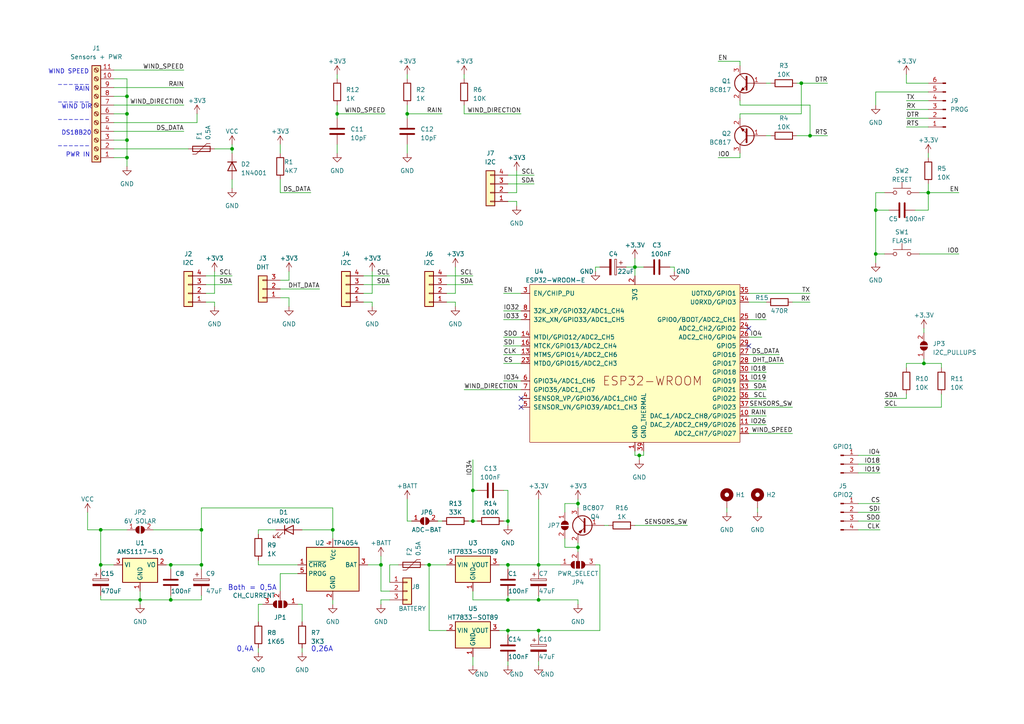
<source format=kicad_sch>
(kicad_sch (version 20230121) (generator eeschema)
  (paper "A4")
  (title_block (title "WeatherStation_V2") (date "2023-12-15") (rev "2.0") (company "Filada") (comment 1 "ESP32 Weather Station"))
  (junction (at 167.64 158.75))
  (junction (at 137.16 142.24))
  (junction (at 40.64 173.99))
  (junction (at 36.83 40.64))
  (junction (at 124.46 163.83))
  (junction (at 29.21 163.83))
  (junction (at 29.21 153.67))
  (junction (at 147.32 151.13))
  (junction (at 58.42 163.83))
  (junction (at 58.42 153.67))
  (junction (at 97.79 33.02))
  (junction (at 147.32 163.83))
  (junction (at 36.83 33.02))
  (junction (at 232.41 24.13))
  (junction (at 147.32 173.99))
  (junction (at 110.49 163.83))
  (junction (at 137.16 151.13))
  (junction (at 167.64 146.05))
  (junction (at 156.21 163.83))
  (junction (at 184.15 77.47))
  (junction (at 267.97 105.41))
  (junction (at 234.95 39.37))
  (junction (at 36.83 27.94))
  (junction (at 269.24 55.88))
  (junction (at 185.42 132.08))
  (junction (at 254 60.96))
  (junction (at 254 73.66))
  (junction (at 156.21 173.99))
  (junction (at 156.21 182.88))
  (junction (at 147.32 182.88))
  (junction (at 49.53 163.83))
  (junction (at 36.83 45.72))
  (junction (at 67.31 43.18))
  (junction (at 49.53 173.99))
  (junction (at 118.11 33.02))
  (junction (at 96.52 153.67))
  (no_connect (at 151.13 115.57))
  (no_connect (at 217.17 100.33))
  (no_connect (at 151.13 118.11))
  (no_connect (at 217.17 95.25))
  (wire (pts (xy 156.21 172.72) (xy 156.21 173.99)))
  (wire (pts (xy 33.02 20.32) (xy 53.34 20.32)))
  (wire (pts (xy 267.97 95.25) (xy 267.97 96.52)))
  (wire (pts (xy 36.83 40.64) (xy 36.83 45.72)))
  (wire (pts (xy 110.49 171.45) (xy 113.03 171.45)))
  (wire (pts (xy 118.11 33.02) (xy 118.11 34.29)))
  (wire (pts (xy 173.99 163.83) (xy 173.99 182.88)))
  (wire (pts (xy 113.03 163.83) (xy 115.57 163.83)))
  (wire (pts (xy 172.72 163.83) (xy 173.99 163.83)))
  (wire (pts (xy 113.03 80.01) (xy 105.41 80.01)))
  (wire (pts (xy 232.41 24.13) (xy 231.14 24.13)))
  (wire (pts (xy 57.15 33.02) (xy 57.15 35.56)))
  (wire (pts (xy 149.86 55.88) (xy 147.32 55.88)))
  (wire (pts (xy 44.45 153.67) (xy 58.42 153.67)))
  (wire (pts (xy 74.93 154.94) (xy 74.93 153.67)))
  (wire (pts (xy 146.05 110.49) (xy 151.13 110.49)))
  (wire (pts (xy 144.78 182.88) (xy 147.32 182.88)))
  (wire (pts (xy 254 60.96) (xy 257.81 60.96)))
  (wire (pts (xy 234.95 39.37) (xy 234.95 30.48)))
  (wire (pts (xy 262.89 114.3) (xy 262.89 115.57)))
  (wire (pts (xy 217.17 110.49) (xy 222.25 110.49)))
  (wire (pts (xy 137.16 142.24) (xy 138.43 142.24)))
  (wire (pts (xy 134.62 33.02) (xy 151.13 33.02)))
  (wire (pts (xy 254 73.66) (xy 254 76.2)))
  (wire (pts (xy 248.92 132.08) (xy 255.27 132.08)))
  (wire (pts (xy 184.15 130.81) (xy 184.15 132.08)))
  (wire (pts (xy 248.92 146.05) (xy 255.27 146.05)))
  (wire (pts (xy 273.05 105.41) (xy 273.05 106.68)))
  (wire (pts (xy 269.24 53.34) (xy 269.24 55.88)))
  (wire (pts (xy 262.89 105.41) (xy 267.97 105.41)))
  (wire (pts (xy 248.92 151.13) (xy 255.27 151.13)))
  (wire (pts (xy 265.43 60.96) (xy 269.24 60.96)))
  (wire (pts (xy 214.63 30.48) (xy 214.63 29.21)))
  (wire (pts (xy 146.05 85.09) (xy 151.13 85.09)))
  (wire (pts (xy 135.89 151.13) (xy 137.16 151.13)))
  (wire (pts (xy 127 151.13) (xy 128.27 151.13)))
  (wire (pts (xy 262.89 34.29) (xy 269.24 34.29)))
  (wire (pts (xy 33.02 27.94) (xy 36.83 27.94)))
  (wire (pts (xy 194.31 77.47) (xy 195.58 77.47)))
  (wire (pts (xy 248.92 137.16) (xy 255.27 137.16)))
  (wire (pts (xy 186.69 130.81) (xy 186.69 132.08)))
  (wire (pts (xy 134.62 113.03) (xy 151.13 113.03)))
  (wire (pts (xy 49.53 173.99) (xy 58.42 173.99)))
  (wire (pts (xy 217.17 102.87) (xy 226.06 102.87)))
  (wire (pts (xy 81.28 166.37) (xy 86.36 166.37)))
  (wire (pts (xy 217.17 125.73) (xy 229.87 125.73)))
  (wire (pts (xy 49.53 163.83) (xy 49.53 165.1)))
  (wire (pts (xy 146.05 102.87) (xy 151.13 102.87)))
  (wire (pts (xy 67.31 82.55) (xy 59.69 82.55)))
  (wire (pts (xy 234.95 30.48) (xy 214.63 30.48)))
  (wire (pts (xy 81.28 41.91) (xy 81.28 44.45)))
  (wire (pts (xy 217.17 97.79) (xy 220.98 97.79)))
  (wire (pts (xy 262.89 24.13) (xy 269.24 24.13)))
  (wire (pts (xy 33.02 22.86) (xy 36.83 22.86)))
  (wire (pts (xy 256.54 115.57) (xy 262.89 115.57)))
  (wire (pts (xy 33.02 40.64) (xy 36.83 40.64)))
  (wire (pts (xy 97.79 33.02) (xy 97.79 34.29)))
  (wire (pts (xy 217.17 123.19) (xy 222.25 123.19)))
  (wire (pts (xy 58.42 147.32) (xy 58.42 153.67)))
  (wire (pts (xy 146.05 97.79) (xy 151.13 97.79)))
  (wire (pts (xy 214.63 34.29) (xy 214.63 33.02)))
  (wire (pts (xy 214.63 44.45) (xy 214.63 45.72)))
  (wire (pts (xy 96.52 173.99) (xy 96.52 175.26)))
  (wire (pts (xy 167.64 157.48) (xy 167.64 158.75)))
  (wire (pts (xy 254 26.67) (xy 254 30.48)))
  (wire (pts (xy 132.08 85.09) (xy 129.54 85.09)))
  (wire (pts (xy 167.64 144.78) (xy 167.64 146.05)))
  (wire (pts (xy 217.17 118.11) (xy 229.87 118.11)))
  (wire (pts (xy 146.05 142.24) (xy 147.32 142.24)))
  (wire (pts (xy 167.64 173.99) (xy 156.21 173.99)))
  (wire (pts (xy 137.16 151.13) (xy 138.43 151.13)))
  (wire (pts (xy 146.05 90.17) (xy 151.13 90.17)))
  (wire (pts (xy 58.42 153.67) (xy 58.42 163.83)))
  (wire (pts (xy 132.08 77.47) (xy 132.08 85.09)))
  (wire (pts (xy 163.83 146.05) (xy 163.83 148.59)))
  (wire (pts (xy 137.16 133.35) (xy 137.16 142.24)))
  (wire (pts (xy 36.83 153.67) (xy 29.21 153.67)))
  (wire (pts (xy 273.05 114.3) (xy 273.05 118.11)))
  (wire (pts (xy 67.31 41.91) (xy 67.31 43.18)))
  (wire (pts (xy 217.17 87.63) (xy 222.25 87.63)))
  (wire (pts (xy 232.41 24.13) (xy 240.03 24.13)))
  (wire (pts (xy 210.82 147.32) (xy 210.82 148.59)))
  (wire (pts (xy 36.83 45.72) (xy 36.83 48.26)))
  (wire (pts (xy 83.82 78.74) (xy 83.82 81.28)))
  (wire (pts (xy 222.25 24.13) (xy 223.52 24.13)))
  (wire (pts (xy 147.32 163.83) (xy 147.32 165.1)))
  (wire (pts (xy 262.89 106.68) (xy 262.89 105.41)))
  (wire (pts (xy 147.32 182.88) (xy 156.21 182.88)))
  (wire (pts (xy 234.95 39.37) (xy 240.03 39.37)))
  (wire (pts (xy 266.7 73.66) (xy 278.13 73.66)))
  (wire (pts (xy 229.87 87.63) (xy 234.95 87.63)))
  (wire (pts (xy 33.02 35.56) (xy 57.15 35.56)))
  (wire (pts (xy 181.61 77.47) (xy 184.15 77.47)))
  (wire (pts (xy 33.02 25.4) (xy 53.34 25.4)))
  (wire (pts (xy 49.53 172.72) (xy 49.53 173.99)))
  (wire (pts (xy 86.36 175.26) (xy 87.63 175.26)))
  (wire (pts (xy 137.16 193.04) (xy 137.16 190.5)))
  (wire (pts (xy 156.21 182.88) (xy 156.21 184.15)))
  (wire (pts (xy 156.21 163.83) (xy 162.56 163.83)))
  (wire (pts (xy 248.92 153.67) (xy 255.27 153.67)))
  (wire (pts (xy 154.94 53.34) (xy 147.32 53.34)))
  (wire (pts (xy 137.16 171.45) (xy 137.16 173.99)))
  (wire (pts (xy 124.46 163.83) (xy 129.54 163.83)))
  (wire (pts (xy 36.83 27.94) (xy 36.83 33.02)))
  (wire (pts (xy 269.24 55.88) (xy 269.24 60.96)))
  (wire (pts (xy 262.89 36.83) (xy 269.24 36.83)))
  (wire (pts (xy 147.32 182.88) (xy 147.32 184.15)))
  (wire (pts (xy 184.15 132.08) (xy 185.42 132.08)))
  (wire (pts (xy 76.2 175.26) (xy 74.93 175.26)))
  (wire (pts (xy 185.42 132.08) (xy 186.69 132.08)))
  (wire (pts (xy 97.79 30.48) (xy 97.79 33.02)))
  (wire (pts (xy 163.83 156.21) (xy 163.83 158.75)))
  (wire (pts (xy 217.17 85.09) (xy 234.95 85.09)))
  (wire (pts (xy 129.54 82.55) (xy 137.16 82.55)))
  (wire (pts (xy 267.97 104.14) (xy 267.97 105.41)))
  (wire (pts (xy 110.49 161.29) (xy 110.49 163.83)))
  (wire (pts (xy 269.24 44.45) (xy 269.24 45.72)))
  (wire (pts (xy 156.21 182.88) (xy 173.99 182.88)))
  (wire (pts (xy 33.02 43.18) (xy 54.61 43.18)))
  (wire (pts (xy 254 60.96) (xy 254 73.66)))
  (wire (pts (xy 83.82 86.36) (xy 83.82 88.9)))
  (wire (pts (xy 184.15 77.47) (xy 184.15 80.01)))
  (wire (pts (xy 87.63 187.96) (xy 87.63 189.23)))
  (wire (pts (xy 256.54 118.11) (xy 273.05 118.11)))
  (wire (pts (xy 222.25 39.37) (xy 223.52 39.37)))
  (wire (pts (xy 62.23 78.74) (xy 62.23 85.09)))
  (wire (pts (xy 113.03 168.91) (xy 113.03 163.83)))
  (wire (pts (xy 208.28 45.72) (xy 214.63 45.72)))
  (wire (pts (xy 184.15 152.4) (xy 199.39 152.4)))
  (wire (pts (xy 262.89 31.75) (xy 269.24 31.75)))
  (wire (pts (xy 167.64 158.75) (xy 167.64 160.02)))
  (wire (pts (xy 124.46 163.83) (xy 124.46 182.88)))
  (wire (pts (xy 214.63 19.05) (xy 214.63 17.78)))
  (wire (pts (xy 29.21 163.83) (xy 29.21 165.1)))
  (wire (pts (xy 137.16 151.13) (xy 137.16 142.24)))
  (wire (pts (xy 107.95 78.74) (xy 107.95 85.09)))
  (wire (pts (xy 67.31 52.07) (xy 67.31 54.61)))
  (wire (pts (xy 96.52 147.32) (xy 96.52 153.67)))
  (wire (pts (xy 156.21 191.77) (xy 156.21 193.04)))
  (wire (pts (xy 149.86 59.69) (xy 149.86 58.42)))
  (wire (pts (xy 74.93 175.26) (xy 74.93 180.34)))
  (wire (pts (xy 81.28 52.07) (xy 81.28 55.88)))
  (wire (pts (xy 33.02 33.02) (xy 36.83 33.02)))
  (wire (pts (xy 132.08 87.63) (xy 132.08 88.9)))
  (wire (pts (xy 110.49 173.99) (xy 110.49 175.26)))
  (wire (pts (xy 110.49 173.99) (xy 113.03 173.99)))
  (wire (pts (xy 217.17 115.57) (xy 222.25 115.57)))
  (wire (pts (xy 67.31 80.01) (xy 59.69 80.01)))
  (wire (pts (xy 266.7 55.88) (xy 269.24 55.88)))
  (wire (pts (xy 90.17 55.88) (xy 81.28 55.88)))
  (wire (pts (xy 74.93 162.56) (xy 74.93 163.83)))
  (wire (pts (xy 184.15 74.93) (xy 184.15 77.47)))
  (wire (pts (xy 87.63 153.67) (xy 96.52 153.67)))
  (wire (pts (xy 58.42 172.72) (xy 58.42 173.99)))
  (wire (pts (xy 58.42 147.32) (xy 96.52 147.32)))
  (wire (pts (xy 96.52 153.67) (xy 96.52 156.21)))
  (wire (pts (xy 147.32 151.13) (xy 147.32 152.4)))
  (wire (pts (xy 147.32 142.24) (xy 147.32 151.13)))
  (wire (pts (xy 147.32 191.77) (xy 147.32 193.04)))
  (wire (pts (xy 74.93 153.67) (xy 80.01 153.67)))
  (wire (pts (xy 146.05 151.13) (xy 147.32 151.13)))
  (wire (pts (xy 262.89 21.59) (xy 262.89 24.13)))
  (wire (pts (xy 256.54 55.88) (xy 254 55.88)))
  (wire (pts (xy 219.71 147.32) (xy 219.71 148.59)))
  (wire (pts (xy 172.72 77.47) (xy 173.99 77.47)))
  (wire (pts (xy 40.64 171.45) (xy 40.64 173.99)))
  (wire (pts (xy 107.95 88.9) (xy 107.95 87.63)))
  (wire (pts (xy 67.31 44.45) (xy 67.31 43.18)))
  (wire (pts (xy 172.72 78.74) (xy 172.72 77.47)))
  (wire (pts (xy 124.46 182.88) (xy 129.54 182.88)))
  (wire (pts (xy 67.31 43.18) (xy 62.23 43.18)))
  (wire (pts (xy 214.63 33.02) (xy 232.41 33.02)))
  (wire (pts (xy 217.17 92.71) (xy 222.25 92.71)))
  (wire (pts (xy 33.02 30.48) (xy 53.34 30.48)))
  (wire (pts (xy 107.95 87.63) (xy 105.41 87.63)))
  (wire (pts (xy 167.64 173.99) (xy 167.64 175.26)))
  (wire (pts (xy 146.05 100.33) (xy 151.13 100.33)))
  (wire (pts (xy 25.4 153.67) (xy 29.21 153.67)))
  (wire (pts (xy 254 55.88) (xy 254 60.96)))
  (wire (pts (xy 156.21 163.83) (xy 147.32 163.83)))
  (wire (pts (xy 83.82 81.28) (xy 81.28 81.28)))
  (wire (pts (xy 185.42 132.08) (xy 185.42 133.35)))
  (wire (pts (xy 48.26 163.83) (xy 49.53 163.83)))
  (wire (pts (xy 217.17 105.41) (xy 227.33 105.41)))
  (wire (pts (xy 29.21 153.67) (xy 29.21 163.83)))
  (wire (pts (xy 156.21 163.83) (xy 156.21 165.1)))
  (wire (pts (xy 254 26.67) (xy 269.24 26.67)))
  (wire (pts (xy 87.63 175.26) (xy 87.63 180.34)))
  (wire (pts (xy 267.97 105.41) (xy 273.05 105.41)))
  (wire (pts (xy 156.21 173.99) (xy 147.32 173.99)))
  (wire (pts (xy 74.93 187.96) (xy 74.93 189.23)))
  (wire (pts (xy 248.92 148.59) (xy 255.27 148.59)))
  (wire (pts (xy 33.02 45.72) (xy 36.83 45.72)))
  (wire (pts (xy 33.02 38.1) (xy 53.34 38.1)))
  (wire (pts (xy 231.14 39.37) (xy 234.95 39.37)))
  (wire (pts (xy 118.11 144.78) (xy 118.11 151.13)))
  (wire (pts (xy 146.05 92.71) (xy 151.13 92.71)))
  (wire (pts (xy 92.71 83.82) (xy 81.28 83.82)))
  (wire (pts (xy 217.17 113.03) (xy 222.25 113.03)))
  (wire (pts (xy 163.83 158.75) (xy 167.64 158.75)))
  (wire (pts (xy 232.41 24.13) (xy 232.41 33.02)))
  (wire (pts (xy 118.11 33.02) (xy 128.27 33.02)))
  (wire (pts (xy 262.89 29.21) (xy 269.24 29.21)))
  (wire (pts (xy 129.54 80.01) (xy 137.16 80.01)))
  (wire (pts (xy 97.79 21.59) (xy 97.79 22.86)))
  (wire (pts (xy 107.95 85.09) (xy 105.41 85.09)))
  (wire (pts (xy 149.86 49.53) (xy 149.86 55.88)))
  (wire (pts (xy 81.28 86.36) (xy 83.82 86.36)))
  (wire (pts (xy 156.21 163.83) (xy 156.21 144.78)))
  (wire (pts (xy 97.79 33.02) (xy 111.76 33.02)))
  (wire (pts (xy 62.23 85.09) (xy 59.69 85.09)))
  (wire (pts (xy 49.53 163.83) (xy 58.42 163.83)))
  (wire (pts (xy 40.64 173.99) (xy 49.53 173.99)))
  (wire (pts (xy 123.19 163.83) (xy 124.46 163.83)))
  (wire (pts (xy 36.83 33.02) (xy 36.83 40.64)))
  (wire (pts (xy 129.54 87.63) (xy 132.08 87.63)))
  (wire (pts (xy 118.11 21.59) (xy 118.11 22.86)))
  (wire (pts (xy 25.4 148.59) (xy 25.4 153.67)))
  (wire (pts (xy 163.83 146.05) (xy 167.64 146.05)))
  (wire (pts (xy 146.05 105.41) (xy 151.13 105.41)))
  (wire (pts (xy 113.03 82.55) (xy 105.41 82.55)))
  (wire (pts (xy 208.28 17.78) (xy 214.63 17.78)))
  (wire (pts (xy 29.21 173.99) (xy 40.64 173.99)))
  (wire (pts (xy 167.64 146.05) (xy 167.64 147.32)))
  (wire (pts (xy 62.23 88.9) (xy 62.23 87.63)))
  (wire (pts (xy 110.49 163.83) (xy 110.49 171.45)))
  (wire (pts (xy 154.94 50.8) (xy 147.32 50.8)))
  (wire (pts (xy 137.16 173.99) (xy 147.32 173.99)))
  (wire (pts (xy 58.42 165.1) (xy 58.42 163.83)))
  (wire (pts (xy 184.15 77.47) (xy 186.69 77.47)))
  (wire (pts (xy 40.64 173.99) (xy 40.64 175.26)))
  (wire (pts (xy 254 73.66) (xy 256.54 73.66)))
  (wire (pts (xy 195.58 77.47) (xy 195.58 78.74)))
  (wire (pts (xy 134.62 30.48) (xy 134.62 33.02)))
  (wire (pts (xy 29.21 163.83) (xy 33.02 163.83)))
  (wire (pts (xy 81.28 171.45) (xy 81.28 166.37)))
  (wire (pts (xy 97.79 41.91) (xy 97.79 44.45)))
  (wire (pts (xy 36.83 22.86) (xy 36.83 27.94)))
  (wire (pts (xy 62.23 87.63) (xy 59.69 87.63)))
  (wire (pts (xy 248.92 134.62) (xy 255.27 134.62)))
  (wire (pts (xy 29.21 172.72) (xy 29.21 173.99)))
  (wire (pts (xy 118.11 30.48) (xy 118.11 33.02)))
  (wire (pts (xy 106.68 163.83) (xy 110.49 163.83)))
  (wire (pts (xy 74.93 163.83) (xy 86.36 163.83)))
  (wire (pts (xy 144.78 163.83) (xy 147.32 163.83)))
  (wire (pts (xy 149.86 58.42) (xy 147.32 58.42)))
  (wire (pts (xy 269.24 55.88) (xy 278.13 55.88)))
  (wire (pts (xy 118.11 41.91) (xy 118.11 44.45)))
  (wire (pts (xy 119.38 151.13) (xy 118.11 151.13)))
  (wire (pts (xy 217.17 120.65) (xy 222.25 120.65)))
  (wire (pts (xy 217.17 107.95) (xy 222.25 107.95)))
  (wire (pts (xy 175.26 152.4) (xy 176.53 152.4)))
  (wire (pts (xy 134.62 21.59) (xy 134.62 22.86)))
  (wire (pts (xy 147.32 173.99) (xy 147.32 172.72)))
  (text "WIND SPEED" (at 13.97 21.59 0) (effects (font (size 1.27 1.27)) (justify left bottom)))
  (text "------" (at 16.51 43.18 0) (effects (font (size 1.27 1.27)) (justify left bottom)))
  (text "------" (at 16.51 30.48 0) (effects (font (size 1.27 1.27)) (justify left bottom)))
  (text "------" (at 16.51 35.56 0) (effects (font (size 1.27 1.27)) (justify left bottom)))
  (text "------" (at 16.51 25.4 0) (effects (font (size 1.27 1.27)) (justify left bottom)))
  (text "PWR IN" (at 19.05 45.72 0) (effects (font (size 1.27 1.27)) (justify left bottom)))
  (text "0,26A" (at 90.17 189.23 0) (effects (font (size 1.5 1.5)) (justify left bottom)))
  (text "RAIN" (at 21.59 26.67 0) (effects (font (size 1.27 1.27)) (justify left bottom)))
  (text "Both = 0,5A" (at 66.04 171.45 0) (effects (font (size 1.5 1.5)) (justify left bottom)))
  (text "DS18B20" (at 17.78 39.37 0) (effects (font (size 1.27 1.27)) (justify left bottom)))
  (text "WIND DIR" (at 17.78 31.75 0) (effects (font (size 1.27 1.27)) (justify left bottom)))
  (text "0,4A" (at 68.58 189.23 0) (effects (font (size 1.5 1.5)) (justify left bottom)))
  (label "IO34" (at 146.05 110.49 0))
  (label "CS" (at 146.05 105.41 0))
  (label "SCL" (at 154.94 50.8 180))
  (label "EN" (at 278.13 55.88 180))
  (label "DS_DATA" (at 90.17 55.88 180))
  (label "SCL" (at 256.54 118.11 0))
  (label "DHT_DATA" (at 92.71 83.82 180))
  (label "WIND_DIRECTION" (at 151.13 33.02 180))
  (label "EN" (at 208.28 17.78 0))
  (label "SDA" (at 113.03 82.55 180))
  (label "WIND_SPEED" (at 229.87 125.73 180))
  (label "SDA" (at 67.31 82.55 180))
  (label "RX" (at 234.95 87.63 180))
  (label "RTS" (at 262.89 36.83 0))
  (label "WIND_DIRECTION" (at 134.62 113.03 0))
  (label "SDA" (at 222.25 113.03 180))
  (label "DTR" (at 262.89 34.29 0))
  (label "IO19" (at 222.25 110.49 180))
  (label "TX" (at 234.95 85.09 180))
  (label "DTR" (at 240.03 24.13 180))
  (label "SCL" (at 67.31 80.01 180))
  (label "RAIN" (at 128.27 33.02 180))
  (label "SDO" (at 255.27 151.13 180))
  (label "DS_DATA" (at 226.06 102.87 180))
  (label "CLK" (at 146.05 102.87 0))
  (label "IO0" (at 208.28 45.72 0))
  (label "SDI" (at 146.05 100.33 0))
  (label "DS_DATA" (at 53.34 38.1 180))
  (label "RX" (at 262.89 31.75 0))
  (label "SENSORS_SW" (at 199.39 152.4 180))
  (label "RAIN" (at 53.34 25.4 180))
  (label "IO18" (at 255.27 134.62 180))
  (label "IO34" (at 137.16 133.35 270))
  (label "SCL" (at 222.25 115.57 180))
  (label "IO26" (at 222.25 123.19 180))
  (label "SCL" (at 113.03 80.01 180))
  (label "IO19" (at 255.27 137.16 180))
  (label "EN" (at 146.05 85.09 0))
  (label "IO4" (at 220.98 97.79 180))
  (label "WIND_SPEED" (at 53.34 20.32 180))
  (label "IO33" (at 146.05 92.71 0))
  (label "WIND_DIRECTION" (at 53.34 30.48 180))
  (label "DHT_DATA" (at 227.33 105.41 180))
  (label "IO32" (at 146.05 90.17 0))
  (label "IO0" (at 222.25 92.71 180))
  (label "IO4" (at 255.27 132.08 180))
  (label "SDA" (at 154.94 53.34 180))
  (label "WIND_SPEED" (at 111.76 33.02 180))
  (label "SCL" (at 137.16 80.01 180))
  (label "SDA" (at 137.16 82.55 180))
  (label "CS" (at 255.27 146.05 180))
  (label "TX" (at 262.89 29.21 0))
  (label "CLK" (at 255.27 153.67 180))
  (label "SDI" (at 255.27 148.59 180))
  (label "SDA" (at 256.54 115.57 0))
  (label "IO18" (at 222.25 107.95 180))
  (label "SENSORS_SW" (at 229.87 118.11 180))
  (label "SDO" (at 146.05 97.79 0))
  (label "RAIN" (at 222.25 120.65 180))
  (label "RTS" (at 240.03 39.37 180))
  (label "IO0" (at 278.13 73.66 180))
  (symbol (lib_id "power:+BATT") (at 110.49 161.29 0) (unit 1)
    (property "Reference" "#PWR040" (effects hide))
    (property "Value" "+BATT" (at 110.49 157.48 0))
  )
  (symbol (lib_id "Device:C") (at 190.5 77.47 90) (unit 1)
    (property "Reference" "C3" (at 190.5 71.12 90))
    (property "Value" "100nF" (at 191.77 73.66 90))
    (property "Footprint" "Capacitor_SMD:C_0805_2012Metric_Pad1.18x1.45mm_HandSolder" (effects hide))
  )
  (symbol (lib_id "Jumper:SolderJumper_2_Open") (at 163.83 152.4 270) (unit 1)
    (property "Reference" "JP7" (at 158.75 152.4 90) (effects (justify left)))
    (property "Value" "6V SOLAR" (effects hide))
    (property "Footprint" "Jumper:SolderJumper-2_P1.3mm_Open_RoundedPad1.0x1.5mm" (effects hide))
  )
  (symbol (lib_id "Transistor_BJT:BC817") (at 217.17 39.37 180) (unit 1)
    (property "Reference" "Q2" (at 212.09 38.735 0) (effects (justify left)))
    (property "Value" "BC817" (at 212.09 41.275 0) (effects (justify left)))
    (property "Footprint" "Package_TO_SOT_SMD:SOT-23_Handsoldering" (effects hide))
    (property "Datasheet" "https://www.onsemi.com/pub/Collateral/BC818-D.pdf" (effects hide))
  )
  (symbol (lib_name "GND_15") (lib_id "power:GND") (at 219.71 148.59 0) (unit 1)
    (property "Reference" "#PWR046" (effects hide))
    (property "Value" "GND" (at 219.71 153.67 0))
  )
  (symbol (lib_id "power:VCC") (at 67.31 41.91 0) (unit 1)
    (property "Reference" "#PWR027" (effects hide))
    (property "Value" "VCC" (at 67.31 38.1 0))
  )
  (symbol (lib_name "+3V3_8") (lib_id "power:+3V3") (at 57.15 33.02 0) (unit 1)
    (property "Reference" "#PWR029" (effects hide))
    (property "Value" "+3V3" (at 57.15 29.21 0))
  )
  (symbol (lib_name "+3V3_8") (lib_id "power:+3V3") (at 81.28 41.91 0) (unit 1)
    (property "Reference" "#PWR05" (effects hide))
    (property "Value" "+3V3" (at 81.28 38.1 0))
  )
  (symbol (lib_id "power:GND") (at 83.82 88.9 0) (mirror y) (unit 1)
    (property "Reference" "#PWR037" (effects hide))
    (property "Value" "GND" (at 83.82 93.98 0))
  )
  (symbol (lib_id "Device:C_Polarized") (at 58.42 168.91 0) (unit 1)
    (property "Reference" "C9" (at 59.69 166.37 0) (effects (justify left)))
    (property "Value" "47uF" (at 59.69 171.45 0) (effects (justify left)))
    (property "Footprint" "Capacitor_Tantalum_SMD:CP_EIA-3216-18_Kemet-A_Pad1.58x1.35mm_HandSolder" (effects hide))
  )
  (symbol (lib_id "Device:R") (at 269.24 49.53 0) (unit 1)
    (property "Reference" "R5" (at 271.78 48.895 0) (effects (justify left)))
    (property "Value" "10K" (at 271.78 51.435 0) (effects (justify left)))
    (property "Footprint" "Resistor_SMD:R_0805_2012Metric_Pad1.20x1.40mm_HandSolder" (effects hide))
  )
  (symbol (lib_name "+3V3_2") (lib_id "power:+3V3") (at 149.86 49.53 0) (unit 1)
    (property "Reference" "#PWR034" (effects hide))
    (property "Value" "+3V3" (at 149.86 45.72 0))
  )
  (symbol (lib_name "GND_7") (lib_id "power:GND") (at 67.31 54.61 0) (unit 1)
    (property "Reference" "#PWR020" (effects hide))
    (property "Value" "GND" (at 67.31 59.69 0))
  )
  (symbol (lib_id "Device:C") (at 118.11 38.1 0) (unit 1)
    (property "Reference" "C12" (at 121.92 37.465 0) (effects (justify left)))
    (property "Value" "10pF" (at 121.92 40.005 0) (effects (justify left)))
    (property "Footprint" "Capacitor_SMD:C_0805_2012Metric_Pad1.18x1.45mm_HandSolder" (effects hide))
  )
  (symbol (lib_id "Connector_Generic:Conn_01x03") (at 118.11 171.45 0) (unit 1)
    (property "Reference" "J8" (at 119.38 170.18 0) (effects (justify left)))
    (property "Value" "BATTERY" (at 115.57 176.53 0) (effects (justify left)))
    (property "Footprint" "Connector_JST:JST_XH_B3B-XH-A_1x03_P2.50mm_Vertical" (effects hide))
  )
  (symbol (lib_id "Device:R") (at 227.33 24.13 90) (unit 1)
    (property "Reference" "R3" (at 227.33 19.05 90))
    (property "Value" "10K" (at 227.33 21.59 90))
    (property "Footprint" "Resistor_SMD:R_0805_2012Metric_Pad1.20x1.40mm_HandSolder" (effects hide))
  )
  (symbol (lib_id "Transistor_BJT:BC807") (at 170.18 152.4 0) (mirror y) (unit 1)
    (property "Reference" "Q4" (at 173.99 149.86 0) (effects (justify left)))
    (property "Value" "BC807" (at 175.26 147.32 0) (effects (justify left)))
    (property "Footprint" "Package_TO_SOT_SMD:SOT-23_Handsoldering" (effects hide))
    (property "Datasheet" "https://www.onsemi.com/pub/Collateral/BC808-D.pdf" (effects hide))
  )
  (symbol (lib_id "Connector_Generic:Conn_01x04") (at 124.46 85.09 180) (unit 1)
    (property "Reference" "J6" (at 124.46 73.66 0))
    (property "Value" "I2C" (at 124.46 76.2 0))
    (property "Footprint" "Connector_JST:JST_XH_B4B-XH-A_1x04_P2.50mm_Vertical" (effects hide))
  )
  (symbol (lib_id "Device:R") (at 118.11 26.67 0) (unit 1)
    (property "Reference" "R2" (at 120.65 26.035 0) (effects (justify left)))
    (property "Value" "1K" (at 120.65 28.575 0) (effects (justify left)))
    (property "Footprint" "Resistor_SMD:R_0805_2012Metric_Pad1.20x1.40mm_HandSolder" (effects hide))
  )
  (symbol (lib_id "Device:R") (at 74.93 184.15 0) (unit 1)
    (property "Reference" "R8" (at 77.47 183.515 0) (effects (justify left)))
    (property "Value" "1K65" (at 77.47 186.055 0) (effects (justify left)))
    (property "Footprint" "Resistor_SMD:R_0805_2012Metric_Pad1.20x1.40mm_HandSolder" (effects hide))
  )
  (symbol (lib_id "Regulator_Linear:AMS1117-5.0") (at 40.64 163.83 0) (unit 1)
    (property "Reference" "U1" (at 40.64 157.48 0))
    (property "Value" "AMS1117-5.0" (at 40.64 160.02 0))
    (property "Footprint" "Package_TO_SOT_SMD:SOT-223-3_TabPin2" (effects hide))
    (property "Datasheet" "http://www.advanced-monolithic.com/pdf/ds1117.pdf" (effects hide))
  )
  (symbol (lib_id "Device:C_Polarized") (at 156.21 187.96 0) (unit 1)
    (property "Reference" "C10" (at 156.21 185.42 0) (effects (justify left)))
    (property "Value" "47uF" (at 156.21 190.5 0) (effects (justify left)))
    (property "Footprint" "Capacitor_Tantalum_SMD:CP_EIA-3216-18_Kemet-A_Pad1.58x1.35mm_HandSolder" (effects hide))
  )
  (symbol (lib_id "Jumper:SolderJumper_2_Open") (at 40.64 153.67 0) (unit 1)
    (property "Reference" "JP2" (at 40.64 148.59 0))
    (property "Value" "6V SOLAR" (at 40.64 151.13 0))
    (property "Footprint" "Jumper:SolderJumper-2_P1.3mm_Open_RoundedPad1.0x1.5mm" (effects hide))
  )
  (symbol (lib_id "Device:LED") (at 83.82 153.67 0) (unit 1)
    (property "Reference" "D1" (at 82.2325 148.59 0))
    (property "Value" "CHARGING" (at 82.2325 151.13 0))
    (property "Footprint" "LED_SMD:LED_1206_3216Metric_Pad1.42x1.75mm_HandSolder" (effects hide))
  )
  (symbol (lib_id "Connector_Generic:Conn_01x04") (at 54.61 85.09 180) (unit 1)
    (property "Reference" "J2" (at 54.61 73.66 0))
    (property "Value" "I2C" (at 54.61 76.2 0))
    (property "Footprint" "Connector_JST:JST_XH_B4B-XH-A_1x04_P2.50mm_Vertical" (effects hide))
  )
  (symbol (lib_id "Device:R") (at 226.06 87.63 90) (unit 1)
    (property "Reference" "R15" (at 220.98 86.36 90))
    (property "Value" "470R" (at 226.06 90.17 90))
    (property "Footprint" "Resistor_SMD:R_0805_2012Metric_Pad1.20x1.40mm_HandSolder" (effects hide))
  )
  (symbol (lib_name "GND_12") (lib_id "power:GND") (at 36.83 48.26 0) (unit 1)
    (property "Reference" "#PWR039" (effects hide))
    (property "Value" "GND" (at 36.83 53.34 0))
  )
  (symbol (lib_name "GND_4") (lib_id "power:GND") (at 147.32 193.04 0) (unit 1)
    (property "Reference" "#PWR048" (effects hide))
    (property "Value" "GND" (at 149.86 195.58 0))
  )
  (symbol (lib_name "+3V3_8") (lib_id "power:+3V3") (at 97.79 21.59 0) (unit 1)
    (property "Reference" "#PWR02" (effects hide))
    (property "Value" "+3V3" (at 97.79 17.78 0))
  )
  (symbol (lib_name "+3V3_2") (lib_id "power:+3V3") (at 167.64 144.78 0) (unit 1)
    (property "Reference" "#PWR014" (effects hide))
    (property "Value" "+3V3" (at 167.64 140.97 0))
  )
  (symbol (lib_id "Mechanical:MountingHole_Pad") (at 219.71 144.78 0) (unit 1)
    (property "Reference" "H2" (at 222.25 143.51 0) (effects (justify left)))
    (property "Value" "MountingHole_Pad" (effects hide))
    (property "Footprint" "MountingHole:MountingHole_3.2mm_M3_DIN965_Pad" (effects hide))
  )
  (symbol (lib_id "Regulator_Linear:HT75xx-1-SOT89") (at 137.16 185.42 0) (unit 1)
    (property "Reference" "U5" (at 137.16 176.53 0))
    (property "Value" "HT7833-SOT89" (at 137.16 179.07 0))
    (property "Footprint" "Package_TO_SOT_SMD:SOT-89-3_Handsoldering" (effects hide))
  )
  (symbol (lib_id "Jumper:SolderJumper_2_Open") (at 123.19 151.13 0) (unit 1)
    (property "Reference" "JP6" (at 121.92 148.59 0) (effects (justify left)))
    (property "Value" "ADC-BAT" (at 119.38 153.67 0) (effects (justify left)))
    (property "Footprint" "Jumper:SolderJumper-2_P1.3mm_Open_TrianglePad1.0x1.5mm" (effects hide))
  )
  (symbol (lib_id "Transistor_BJT:BC817") (at 217.17 24.13 0) (mirror y) (unit 1)
    (property "Reference" "Q1" (at 212.09 23.495 0) (effects (justify left)))
    (property "Value" "BC817" (at 212.09 26.035 0) (effects (justify left)))
    (property "Footprint" "Package_TO_SOT_SMD:SOT-23_Handsoldering" (effects hide))
    (property "Datasheet" "https://www.onsemi.com/pub/Collateral/BC818-D.pdf" (effects hide))
  )
  (symbol (lib_name "+3V3_8") (lib_id "power:+3V3") (at 118.11 21.59 0) (unit 1)
    (property "Reference" "#PWR010" (effects hide))
    (property "Value" "+3V3" (at 118.11 17.78 0))
  )
  (symbol (lib_id "Jumper:SolderJumper_3_Open") (at 167.64 163.83 0) (mirror x) (unit 1)
    (property "Reference" "JP4" (at 167.64 168.91 0))
    (property "Value" "PWR_SELECT" (at 167.64 166.37 0))
    (property "Footprint" "Jumper:SolderJumper-3_P1.3mm_Open_Pad1.0x1.5mm_NumberLabels" (effects hide))
  )
  (symbol (lib_id "Connector:Conn_01x04_Pin") (at 243.84 148.59 0) (unit 1)
    (property "Reference" "J5" (at 244.475 140.97 0))
    (property "Value" "GPIO2" (at 244.475 143.51 0))
    (property "Footprint" "Connector_PinHeader_2.54mm:PinHeader_1x04_P2.54mm_Vertical" (effects hide))
  )
  (symbol (lib_id "Device:R") (at 132.08 151.13 90) (unit 1)
    (property "Reference" "R13" (at 132.08 146.05 90))
    (property "Value" "33K" (at 132.08 148.59 90))
    (property "Footprint" "Resistor_SMD:R_0805_2012Metric_Pad1.20x1.40mm_HandSolder" (effects hide))
  )
  (symbol (lib_name "GND_5") (lib_id "power:GND") (at 254 76.2 0) (unit 1)
    (property "Reference" "#PWR013" (effects hide))
    (property "Value" "GND" (at 254 81.28 0))
  )
  (symbol (lib_id "Device:C") (at 49.53 168.91 0) (unit 1)
    (property "Reference" "C8" (at 50.8 166.37 0) (effects (justify left)))
    (property "Value" "100nF" (at 49.53 171.45 0) (effects (justify left)))
    (property "Footprint" "Capacitor_SMD:C_0805_2012Metric_Pad1.18x1.45mm_HandSolder" (effects hide))
  )
  (symbol (lib_name "GND_11") (lib_id "power:GND") (at 132.08 88.9 0) (mirror y) (unit 1)
    (property "Reference" "#PWR045" (effects hide))
    (property "Value" "GND" (at 132.08 93.98 0))
  )
  (symbol (lib_id "Device:C_Polarized") (at 156.21 168.91 0) (unit 1)
    (property "Reference" "C7" (at 156.21 166.37 0) (effects (justify left)))
    (property "Value" "47uF" (at 156.21 171.45 0) (effects (justify left)))
    (property "Footprint" "Capacitor_Tantalum_SMD:CP_EIA-3216-18_Kemet-A_Pad1.58x1.35mm_HandSolder" (effects hide))
  )
  (symbol (lib_id "Device:R") (at 74.93 158.75 0) (unit 1)
    (property "Reference" "R9" (at 77.47 158.115 0) (effects (justify left)))
    (property "Value" "1K" (at 77.47 160.655 0) (effects (justify left)))
    (property "Footprint" "Resistor_SMD:R_0805_2012Metric_Pad1.20x1.40mm_HandSolder" (effects hide))
  )
  (symbol (lib_name "GND_12") (lib_id "power:GND") (at 97.79 44.45 0) (unit 1)
    (property "Reference" "#PWR04" (effects hide))
    (property "Value" "GND" (at 97.79 49.53 0))
  )
  (symbol (lib_name "+3V3_2") (lib_id "power:+3V3") (at 62.23 78.74 0) (unit 1)
    (property "Reference" "#PWR033" (effects hide))
    (property "Value" "+3V3" (at 62.23 74.93 0))
  )
  (symbol (lib_id "Device:R") (at 273.05 110.49 0) (unit 1)
    (property "Reference" "R11" (at 275.59 109.855 0) (effects (justify left)))
    (property "Value" "10K" (at 275.59 112.395 0) (effects (justify left)))
    (property "Footprint" "Resistor_SMD:R_0805_2012Metric_Pad1.20x1.40mm_HandSolder" (effects hide))
  )
  (symbol (lib_id "Device:R") (at 81.28 48.26 0) (mirror y) (unit 1)
    (property "Reference" "R1" (at 85.09 46.99 0) (effects (justify left)))
    (property "Value" "4K7" (at 86.36 49.53 0) (effects (justify left)))
    (property "Footprint" "Resistor_SMD:R_0805_2012Metric_Pad1.20x1.40mm_HandSolder" (effects hide))
  )
  (symbol (lib_id "Jumper:SolderJumper_2_Open") (at 267.97 100.33 90) (unit 1)
    (property "Reference" "JP3" (at 270.51 99.695 90) (effects (justify right)))
    (property "Value" "I2C_PULLUPS" (at 270.51 102.235 90) (effects (justify right)))
    (property "Footprint" "Jumper:SolderJumper-2_P1.3mm_Open_TrianglePad1.0x1.5mm" (effects hide))
  )
  (symbol (lib_id "Connector_Generic:Conn_01x04") (at 142.24 55.88 180) (unit 1)
    (property "Reference" "J7" (at 142.24 44.45 0))
    (property "Value" "I2C" (at 142.24 46.99 0))
    (property "Footprint" "Connector_JST:JST_XH_B4B-XH-A_1x04_P2.50mm_Vertical" (effects hide))
  )
  (symbol (lib_name "GND_4") (lib_id "power:GND") (at 167.64 175.26 0) (unit 1)
    (property "Reference" "#PWR01" (effects hide))
    (property "Value" "GND" (at 167.64 180.34 0))
  )
  (symbol (lib_name "GND_15") (lib_id "power:GND") (at 210.82 148.59 0) (unit 1)
    (property "Reference" "#PWR015" (effects hide))
    (property "Value" "GND" (at 210.82 153.67 0))
  )
  (symbol (lib_id "Device:R") (at 134.62 26.67 0) (unit 1)
    (property "Reference" "R6" (at 137.16 26.035 0) (effects (justify left)))
    (property "Value" "10K" (at 137.16 28.575 0) (effects (justify left)))
    (property "Footprint" "Resistor_SMD:R_0805_2012Metric_Pad1.20x1.40mm_HandSolder" (effects hide))
  )
  (symbol (lib_id "Device:Polyfuse") (at 119.38 163.83 90) (unit 1)
    (property "Reference" "F2" (at 118.745 161.29 0) (effects (justify left)))
    (property "Value" "0,5A" (at 121.285 161.29 0) (effects (justify left)))
    (property "Footprint" "Fuse:Fuse_1206_3216Metric_Pad1.42x1.75mm_HandSolder" (effects hide))
  )
  (symbol (lib_name "GND_6") (lib_id "power:GND") (at 254 30.48 0) (unit 1)
    (property "Reference" "#PWR018" (effects hide))
    (property "Value" "GND" (at 254 35.56 0))
  )
  (symbol (lib_id "Connector_Generic:Conn_01x04") (at 100.33 85.09 180) (unit 1)
    (property "Reference" "J4" (at 100.33 73.66 0))
    (property "Value" "I2C" (at 100.33 76.2 0))
    (property "Footprint" "Connector_JST:JST_XH_B4B-XH-A_1x04_P2.50mm_Vertical" (effects hide))
  )
  (symbol (lib_id "Device:C") (at 97.79 38.1 0) (unit 1)
    (property "Reference" "C11" (at 101.6 37.465 0) (effects (justify left)))
    (property "Value" "10pF" (at 101.6 40.005 0) (effects (justify left)))
    (property "Footprint" "Capacitor_SMD:C_0805_2012Metric_Pad1.18x1.45mm_HandSolder" (effects hide))
  )
  (symbol (lib_name "GND_8") (lib_id "power:GND") (at 74.93 189.23 0) (unit 1)
    (property "Reference" "#PWR021" (effects hide))
    (property "Value" "GND" (at 74.93 194.31 0))
  )
  (symbol (lib_name "+3V3_2") (lib_id "power:+3V3") (at 83.82 78.74 0) (unit 1)
    (property "Reference" "#PWR031" (effects hide))
    (property "Value" "+3V3" (at 83.82 74.93 0))
  )
  (symbol (lib_name "GND_7") (lib_id "power:GND") (at 96.52 175.26 0) (unit 1)
    (property "Reference" "#PWR019" (effects hide))
    (property "Value" "GND" (at 96.52 180.34 0))
  )
  (symbol (lib_name "+3V3_2") (lib_id "power:+3V3") (at 132.08 77.47 0) (unit 1)
    (property "Reference" "#PWR023" (effects hide))
    (property "Value" "+3V3" (at 132.08 73.66 0))
  )
  (symbol (lib_id "Mechanical:MountingHole_Pad") (at 210.82 144.78 0) (unit 1)
    (property "Reference" "H1" (at 213.36 143.51 0) (effects (justify left)))
    (property "Value" "MountingHole_Pad" (effects hide))
    (property "Footprint" "MountingHole:MountingHole_3.2mm_M3_DIN965_Pad" (effects hide))
  )
  (symbol (lib_id "power:+3.3V") (at 262.89 21.59 0) (unit 1)
    (property "Reference" "#PWR017" (effects hide))
    (property "Value" "+3.3V" (at 262.89 17.78 0))
  )
  (symbol (lib_id "Connector:Screw_Terminal_01x11") (at 27.94 33.02 180) (unit 1)
    (property "Reference" "J1" (at 27.94 13.97 0))
    (property "Value" "Sensors + PWR" (at 27.94 16.51 0))
    (property "Footprint" "ScrewTerminal_Filada:ScrewTerminal_1x11_P5.00mm_Vertical" (effects hide))
  )
  (symbol (lib_name "GND_10") (lib_id "power:GND") (at 40.64 175.26 0) (unit 1)
    (property "Reference" "#PWR03" (effects hide))
    (property "Value" "GND" (at 40.64 180.34 0))
  )
  (symbol (lib_id "power:+3.3V") (at 156.21 144.78 0) (unit 1)
    (property "Reference" "#PWR030" (effects hide))
    (property "Value" "+3.3V" (at 156.21 140.97 0))
  )
  (symbol (lib_name "GND_4") (lib_id "power:GND") (at 137.16 193.04 0) (unit 1)
    (property "Reference" "#PWR044" (effects hide))
    (property "Value" "GND" (at 139.7 195.58 0))
  )
  (symbol (lib_id "Connector_Generic:Conn_01x03") (at 76.2 83.82 180) (unit 1)
    (property "Reference" "J3" (at 76.2 74.93 0))
    (property "Value" "DHT" (at 76.2 77.47 0))
    (property "Footprint" "Connector_JST:JST_XH_B3B-XH-A_1x03_P2.50mm_Vertical" (effects hide))
  )
  (symbol (lib_name "GND_4") (lib_id "power:GND") (at 156.21 193.04 0) (unit 1)
    (property "Reference" "#PWR043" (effects hide))
    (property "Value" "GND" (at 158.75 195.58 0))
  )
  (symbol (lib_id "Device:C") (at 261.62 60.96 270) (unit 1)
    (property "Reference" "C5" (at 259.08 63.5 90))
    (property "Value" "100nF" (at 265.43 63.5 90))
    (property "Footprint" "Capacitor_SMD:C_0805_2012Metric_Pad1.18x1.45mm_HandSolder" (effects hide))
  )
  (symbol (lib_id "power:+3.3V") (at 267.97 95.25 0) (unit 1)
    (property "Reference" "#PWR035" (effects hide))
    (property "Value" "+3.3V" (at 267.97 91.44 0))
  )
  (symbol (lib_id "Device:R") (at 87.63 184.15 0) (unit 1)
    (property "Reference" "R7" (at 90.17 183.515 0) (effects (justify left)))
    (property "Value" "3K3" (at 90.17 186.055 0) (effects (justify left)))
    (property "Footprint" "Resistor_SMD:R_0805_2012Metric_Pad1.20x1.40mm_HandSolder" (effects hide))
  )
  (symbol (lib_id "power:VCC") (at 25.4 148.59 0) (unit 1)
    (property "Reference" "#PWR026" (effects hide))
    (property "Value" "VCC" (at 25.4 144.78 0))
  )
  (symbol (lib_id "Device:R") (at 262.89 110.49 0) (unit 1)
    (property "Reference" "R10" (at 265.43 109.855 0) (effects (justify left)))
    (property "Value" "10K" (at 265.43 112.395 0) (effects (justify left)))
    (property "Footprint" "Resistor_SMD:R_0805_2012Metric_Pad1.20x1.40mm_HandSolder" (effects hide))
  )
  (symbol (lib_id "Switch:SW_Push") (at 261.62 73.66 0) (unit 1)
    (property "Reference" "SW1" (at 261.62 67.31 0))
    (property "Value" "FLASH" (at 261.62 69.85 0))
    (property "Footprint" "Mlab_SW:SW_PUSH_SMALL" (effects hide))
  )
  (symbol (lib_name "GND_11") (lib_id "power:GND") (at 149.86 59.69 0) (mirror y) (unit 1)
    (property "Reference" "#PWR09" (effects hide))
    (property "Value" "GND" (at 149.86 64.77 0))
  )
  (symbol (lib_id "Device:C_Polarized") (at 29.21 168.91 0) (unit 1)
    (property "Reference" "C15" (at 29.21 166.37 0) (effects (justify left)))
    (property "Value" "470uF" (at 29.21 171.45 0) (effects (justify left)))
    (property "Footprint" "Capacitor_THT:CP_Radial_D12.5mm_P7.50mm" (effects hide))
  )
  (symbol (lib_id "Connector:Conn_01x06_Pin") (at 274.32 31.75 180) (unit 1)
    (property "Reference" "J9" (at 275.59 29.21 0) (effects (justify right)))
    (property "Value" "PROG" (at 275.59 31.75 0) (effects (justify right)))
    (property "Footprint" "Connector_PinHeader_2.54mm:PinHeader_1x06_P2.54mm_Vertical" (effects hide))
  )
  (symbol (lib_id "Device:C") (at 142.24 142.24 90) (unit 1)
    (property "Reference" "C13" (at 142.24 135.89 90))
    (property "Value" "100nF" (at 142.24 138.43 90))
    (property "Footprint" "Capacitor_SMD:C_0805_2012Metric_Pad1.18x1.45mm_HandSolder" (effects hide))
  )
  (symbol (lib_id "Jumper:SolderJumper_3_Open") (at 81.28 175.26 180) (unit 1)
    (property "Reference" "JP1" (at 81.28 179.07 0))
    (property "Value" "CH_CURRENT" (at 73.66 172.72 0))
    (property "Footprint" "Jumper:SolderJumper-3_P1.3mm_Open_Pad1.0x1.5mm_NumberLabels" (effects hide))
  )
  (symbol (lib_name "GND_2") (lib_id "power:GND") (at 147.32 152.4 0) (unit 1)
    (property "Reference" "#PWR038" (effects hide))
    (property "Value" "GND" (at 147.32 157.48 0))
  )
  (symbol (lib_name "+3V3_8") (lib_id "power:+3V3") (at 134.62 21.59 0) (unit 1)
    (property "Reference" "#PWR016" (effects hide))
    (property "Value" "+3V3" (at 134.62 17.78 0))
  )
  (symbol (lib_id "Device:Polyfuse") (at 58.42 43.18 90) (unit 1)
    (property "Reference" "F1" (at 57.785 40.64 0) (effects (justify left)))
    (property "Value" "0,5A" (at 60.325 40.64 0) (effects (justify left)))
    (property "Footprint" "Fuse:Fuse_1206_3216Metric_Pad1.42x1.75mm_HandSolder" (effects hide))
  )
  (symbol (lib_id "power:+BATT") (at 118.11 144.78 0) (unit 1)
    (property "Reference" "#PWR047" (effects hide))
    (property "Value" "+BATT" (at 118.11 140.97 0))
  )
  (symbol (lib_id "power:+3.3V") (at 184.15 74.93 0) (unit 1)
    (property "Reference" "#PWR08" (effects hide))
    (property "Value" "+3.3V" (at 184.15 71.12 0))
  )
  (symbol (lib_name "GND_11") (lib_id "power:GND") (at 62.23 88.9 0) (mirror y) (unit 1)
    (property "Reference" "#PWR06" (effects hide))
    (property "Value" "GND" (at 62.23 93.98 0))
  )
  (symbol (lib_id "Battery_Management:LTC4054ES5-4.2") (at 96.52 163.83 0) (unit 1)
    (property "Reference" "U2" (at 92.71 157.48 0))
    (property "Value" "TP4054" (at 100.33 157.48 0))
    (property "Footprint" "Package_TO_SOT_SMD:TSOT-23-5_HandSoldering" (effects hide))
    (property "Datasheet" "https://www.analog.com/media/en/technical-documentation/data-sheets/405442xf.pdf" (effects hide))
  )
  (symbol (lib_name "GND_1") (lib_id "power:GND") (at 185.42 133.35 0) (unit 1)
    (property "Reference" "#PWR07" (effects hide))
    (property "Value" "GND" (at 185.42 138.43 0))
  )
  (symbol (lib_name "+3V3_2") (lib_id "power:+3V3") (at 107.95 78.74 0) (unit 1)
    (property "Reference" "#PWR028" (effects hide))
    (property "Value" "+3V3" (at 107.95 74.93 0))
  )
  (symbol (lib_id "Device:R") (at 97.79 26.67 0) (unit 1)
    (property "Reference" "R12" (at 100.33 26.035 0) (effects (justify left)))
    (property "Value" "1K" (at 100.33 28.575 0) (effects (justify left)))
    (property "Footprint" "Resistor_SMD:R_0805_2012Metric_Pad1.20x1.40mm_HandSolder" (effects hide))
  )
  (symbol (lib_name "GND_11") (lib_id "power:GND") (at 107.95 88.9 0) (mirror y) (unit 1)
    (property "Reference" "#PWR032" (effects hide))
    (property "Value" "GND" (at 107.95 93.98 0))
  )
  (symbol (lib_name "GND_7") (lib_id "power:GND") (at 110.49 175.26 0) (unit 1)
    (property "Reference" "#PWR025" (effects hide))
    (property "Value" "GND" (at 110.49 180.34 0))
  )
  (symbol (lib_id "Connector:Conn_01x03_Pin") (at 243.84 134.62 0) (unit 1)
    (property "Reference" "GPIO1" (at 244.475 129.54 0))
    (property "Value" "Conn_01x03_Pin" (effects hide))
    (property "Footprint" "Connector_PinHeader_2.54mm:PinHeader_1x03_P2.54mm_Vertical" (effects hide))
  )
  (symbol (lib_id "Device:C_Polarized") (at 177.8 77.47 270) (unit 1)
    (property "Reference" "C4" (at 176.53 73.66 90) (effects (justify left)))
    (property "Value" "22uF" (at 179.07 78.74 90) (effects (justify left)))
    (property "Footprint" "Capacitor_SMD:C_0805_2012Metric_Pad1.18x1.45mm_HandSolder" (effects hide))
  )
  (symbol (lib_name "GND_12") (lib_id "power:GND") (at 118.11 44.45 0) (unit 1)
    (property "Reference" "#PWR011" (effects hide))
    (property "Value" "GND" (at 118.11 49.53 0))
  )
  (symbol (lib_id "Device:R") (at 142.24 151.13 90) (unit 1)
    (property "Reference" "R14" (at 142.24 146.05 90))
    (property "Value" "100K" (at 142.24 148.59 90))
    (property "Footprint" "Resistor_SMD:R_0805_2012Metric_Pad1.20x1.40mm_HandSolder" (effects hide))
  )
  (symbol (lib_id "Device:C") (at 147.32 168.91 0) (unit 1)
    (property "Reference" "C1" (at 147.32 166.37 0) (effects (justify left)))
    (property "Value" "100nF" (at 147.32 171.45 0) (effects (justify left)))
    (property "Footprint" "Capacitor_SMD:C_0805_2012Metric_Pad1.18x1.45mm_HandSolder" (effects hide))
  )
  (symbol (lib_id "Espressif:ESP32-WROOM-E") (at 184.15 105.41 0) (unit 1)
    (property "Reference" "U4" (at 154.94 78.74 0) (effects (justify left)))
    (property "Value" "ESP32-WROOM-E" (at 152.4 81.28 0) (effects (justify left)))
    (property "Footprint" "Espressif:ESP32-WROOM-32E_HandSolder" (effects hide))
    (property "Datasheet" "https://www.espressif.com/sites/default/files/documentation/esp32-wroom-32e_esp32-wroom-32ue_datasheet_en.pdf" (effects hide))
  )
  (symbol (lib_id "Diode:1N4001") (at 67.31 48.26 270) (unit 1)
    (property "Reference" "D2" (at 69.85 47.625 90) (effects (justify left)))
    (property "Value" "1N4001" (at 69.85 50.165 90) (effects (justify left)))
    (property "Footprint" "Diode_THT:D_DO-41_SOD81_P10.16mm_Horizontal" (effects hide))
    (property "Datasheet" "http://www.vishay.com/docs/88503/1n4001.pdf" (effects hide))
    (property "Sim.Device" "D" (effects hide))
    (property "Sim.Pins" "1=K 2=A" (effects hide))
  )
  (symbol (lib_id "Device:R") (at 227.33 39.37 90) (unit 1)
    (property "Reference" "R4" (at 227.33 34.29 90))
    (property "Value" "10K" (at 227.33 36.83 90))
    (property "Footprint" "Resistor_SMD:R_0805_2012Metric_Pad1.20x1.40mm_HandSolder" (effects hide))
  )
  (symbol (lib_id "power:+3.3V") (at 269.24 44.45 0) (unit 1)
    (property "Reference" "#PWR036" (effects hide))
    (property "Value" "+3.3V" (at 269.24 40.64 0))
  )
  (symbol (lib_id "Regulator_Linear:HT75xx-1-SOT89") (at 137.16 166.37 0) (unit 1)
    (property "Reference" "U3" (at 137.16 157.48 0))
    (property "Value" "HT7833-SOT89" (at 137.16 160.02 0))
    (property "Footprint" "Package_TO_SOT_SMD:SOT-89-3_Handsoldering" (effects hide))
  )
  (symbol (lib_name "GND_3") (lib_id "power:GND") (at 172.72 78.74 0) (unit 1)
    (property "Reference" "#PWR012" (effects hide))
    (property "Value" "GND" (at 170.18 78.74 0))
  )
  (symbol (lib_name "GND_8") (lib_id "power:GND") (at 87.63 189.23 0) (unit 1)
    (property "Reference" "#PWR022" (effects hide))
    (property "Value" "GND" (at 87.63 194.2961 0))
  )
  (symbol (lib_id "Switch:SW_Push") (at 261.62 55.88 0) (unit 1)
    (property "Reference" "SW2" (at 261.62 49.53 0))
    (property "Value" "RESET" (at 261.62 52.07 0))
    (property "Footprint" "Mlab_SW:SW_PUSH_SMALL" (effects hide))
  )
  (symbol (lib_id "Device:R") (at 180.34 152.4 270) (unit 1)
    (property "Reference" "R16" (at 180.34 147.32 90))
    (property "Value" "1K" (at 180.34 149.86 90))
    (property "Footprint" "Resistor_SMD:R_0805_2012Metric_Pad1.20x1.40mm_HandSolder" (effects hide))
  )
  (symbol (lib_id "Device:C") (at 147.32 187.96 0) (unit 1)
    (property "Reference" "C14" (at 147.32 185.42 0) (effects (justify left)))
    (property "Value" "100nF" (at 147.32 190.5 0) (effects (justify left)))
    (property "Footprint" "Capacitor_SMD:C_0805_2012Metric_Pad1.18x1.45mm_HandSolder" (effects hide))
  )
  (symbol (lib_name "GND_3") (lib_id "power:GND") (at 195.58 78.74 0) (unit 1)
    (property "Reference" "#PWR024" (effects hide))
    (property "Value" "GND" (at 198.12 78.74 0))
  )
)
</source>
